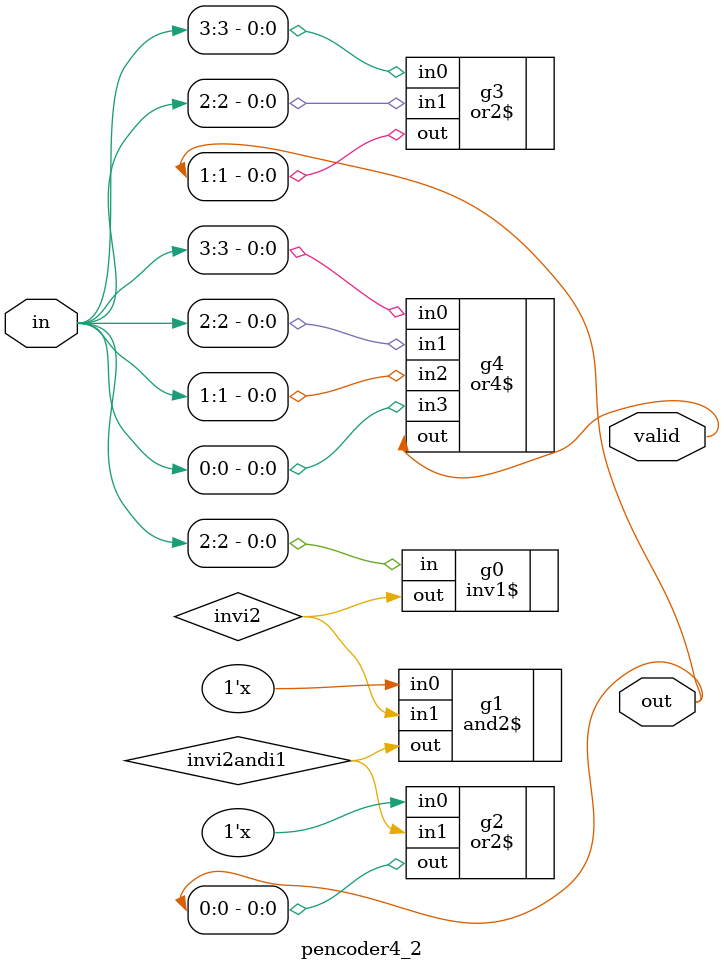
<source format=v>
module encoder4_2(
    input [3:0] in,
    output [1:0] out
);

    or2$ g0(.out(out[1]), .in0(in[2]), .in1(in[3]));
    or2$ g1(.out(out[0]), .in0(in[1]), .in1(in[3]));

endmodule



module pencoder4_2(input [3:0] in,
                   output [1:0] out,
                   output valid);

    wire invi2, invi2andi1;

    inv1$ g0(.out(invi2), .in(in[2]));
    and2$ g1(.out(invi2andi1), .in0(i[1]), .in1(invi2));
    or2$ g2(.out(out[0]), .in0(i[3]), .in1(invi2andi1));

    or2$ g3(.out(out[1]), .in0(in[3]) ,.in1(in[2]));

    or4$ g4(.out(valid), .in0(in[3]), .in1(in[2]), .in2(in[1]), .in3(in[0]));

endmodule
</source>
